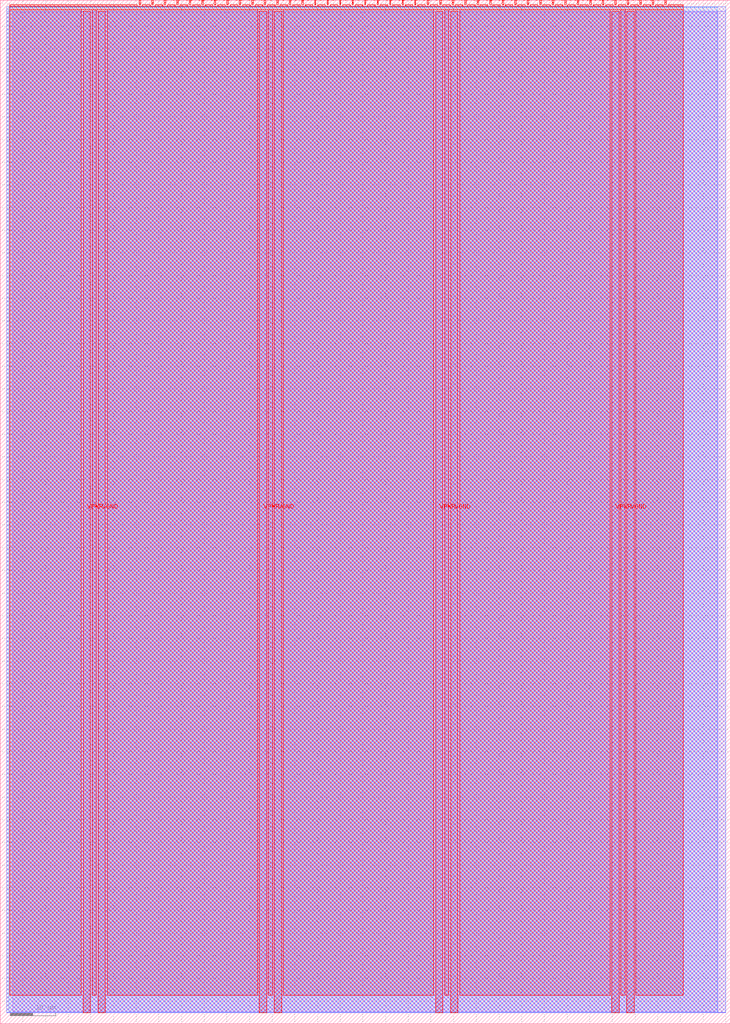
<source format=lef>
VERSION 5.7 ;
  NOWIREEXTENSIONATPIN ON ;
  DIVIDERCHAR "/" ;
  BUSBITCHARS "[]" ;
MACRO tt_um_a1k0n_nyancat
  CLASS BLOCK ;
  FOREIGN tt_um_a1k0n_nyancat ;
  ORIGIN 0.000 0.000 ;
  SIZE 161.000 BY 225.760 ;
  PIN VGND
    DIRECTION INOUT ;
    USE GROUND ;
    PORT
      LAYER met4 ;
        RECT 21.580 2.480 23.180 223.280 ;
    END
    PORT
      LAYER met4 ;
        RECT 60.450 2.480 62.050 223.280 ;
    END
    PORT
      LAYER met4 ;
        RECT 99.320 2.480 100.920 223.280 ;
    END
    PORT
      LAYER met4 ;
        RECT 138.190 2.480 139.790 223.280 ;
    END
  END VGND
  PIN VPWR
    DIRECTION INOUT ;
    USE POWER ;
    PORT
      LAYER met4 ;
        RECT 18.280 2.480 19.880 223.280 ;
    END
    PORT
      LAYER met4 ;
        RECT 57.150 2.480 58.750 223.280 ;
    END
    PORT
      LAYER met4 ;
        RECT 96.020 2.480 97.620 223.280 ;
    END
    PORT
      LAYER met4 ;
        RECT 134.890 2.480 136.490 223.280 ;
    END
  END VPWR
  PIN clk
    DIRECTION INPUT ;
    USE SIGNAL ;
    ANTENNAGATEAREA 0.852000 ;
    PORT
      LAYER met4 ;
        RECT 143.830 224.760 144.130 225.760 ;
    END
  END clk
  PIN ena
    DIRECTION INPUT ;
    USE SIGNAL ;
    PORT
      LAYER met4 ;
        RECT 146.590 224.760 146.890 225.760 ;
    END
  END ena
  PIN rst_n
    DIRECTION INPUT ;
    USE SIGNAL ;
    ANTENNAGATEAREA 0.159000 ;
    PORT
      LAYER met4 ;
        RECT 141.070 224.760 141.370 225.760 ;
    END
  END rst_n
  PIN ui_in[0]
    DIRECTION INPUT ;
    USE SIGNAL ;
    PORT
      LAYER met4 ;
        RECT 138.310 224.760 138.610 225.760 ;
    END
  END ui_in[0]
  PIN ui_in[1]
    DIRECTION INPUT ;
    USE SIGNAL ;
    PORT
      LAYER met4 ;
        RECT 135.550 224.760 135.850 225.760 ;
    END
  END ui_in[1]
  PIN ui_in[2]
    DIRECTION INPUT ;
    USE SIGNAL ;
    PORT
      LAYER met4 ;
        RECT 132.790 224.760 133.090 225.760 ;
    END
  END ui_in[2]
  PIN ui_in[3]
    DIRECTION INPUT ;
    USE SIGNAL ;
    PORT
      LAYER met4 ;
        RECT 130.030 224.760 130.330 225.760 ;
    END
  END ui_in[3]
  PIN ui_in[4]
    DIRECTION INPUT ;
    USE SIGNAL ;
    PORT
      LAYER met4 ;
        RECT 127.270 224.760 127.570 225.760 ;
    END
  END ui_in[4]
  PIN ui_in[5]
    DIRECTION INPUT ;
    USE SIGNAL ;
    PORT
      LAYER met4 ;
        RECT 124.510 224.760 124.810 225.760 ;
    END
  END ui_in[5]
  PIN ui_in[6]
    DIRECTION INPUT ;
    USE SIGNAL ;
    PORT
      LAYER met4 ;
        RECT 121.750 224.760 122.050 225.760 ;
    END
  END ui_in[6]
  PIN ui_in[7]
    DIRECTION INPUT ;
    USE SIGNAL ;
    PORT
      LAYER met4 ;
        RECT 118.990 224.760 119.290 225.760 ;
    END
  END ui_in[7]
  PIN uio_in[0]
    DIRECTION INPUT ;
    USE SIGNAL ;
    PORT
      LAYER met4 ;
        RECT 116.230 224.760 116.530 225.760 ;
    END
  END uio_in[0]
  PIN uio_in[1]
    DIRECTION INPUT ;
    USE SIGNAL ;
    PORT
      LAYER met4 ;
        RECT 113.470 224.760 113.770 225.760 ;
    END
  END uio_in[1]
  PIN uio_in[2]
    DIRECTION INPUT ;
    USE SIGNAL ;
    PORT
      LAYER met4 ;
        RECT 110.710 224.760 111.010 225.760 ;
    END
  END uio_in[2]
  PIN uio_in[3]
    DIRECTION INPUT ;
    USE SIGNAL ;
    PORT
      LAYER met4 ;
        RECT 107.950 224.760 108.250 225.760 ;
    END
  END uio_in[3]
  PIN uio_in[4]
    DIRECTION INPUT ;
    USE SIGNAL ;
    PORT
      LAYER met4 ;
        RECT 105.190 224.760 105.490 225.760 ;
    END
  END uio_in[4]
  PIN uio_in[5]
    DIRECTION INPUT ;
    USE SIGNAL ;
    PORT
      LAYER met4 ;
        RECT 102.430 224.760 102.730 225.760 ;
    END
  END uio_in[5]
  PIN uio_in[6]
    DIRECTION INPUT ;
    USE SIGNAL ;
    PORT
      LAYER met4 ;
        RECT 99.670 224.760 99.970 225.760 ;
    END
  END uio_in[6]
  PIN uio_in[7]
    DIRECTION INPUT ;
    USE SIGNAL ;
    PORT
      LAYER met4 ;
        RECT 96.910 224.760 97.210 225.760 ;
    END
  END uio_in[7]
  PIN uio_oe[0]
    DIRECTION OUTPUT ;
    USE SIGNAL ;
    ANTENNADIFFAREA 0.445500 ;
    PORT
      LAYER met4 ;
        RECT 49.990 224.760 50.290 225.760 ;
    END
  END uio_oe[0]
  PIN uio_oe[1]
    DIRECTION OUTPUT ;
    USE SIGNAL ;
    ANTENNADIFFAREA 0.445500 ;
    PORT
      LAYER met4 ;
        RECT 47.230 224.760 47.530 225.760 ;
    END
  END uio_oe[1]
  PIN uio_oe[2]
    DIRECTION OUTPUT ;
    USE SIGNAL ;
    ANTENNADIFFAREA 0.445500 ;
    PORT
      LAYER met4 ;
        RECT 44.470 224.760 44.770 225.760 ;
    END
  END uio_oe[2]
  PIN uio_oe[3]
    DIRECTION OUTPUT ;
    USE SIGNAL ;
    ANTENNADIFFAREA 0.445500 ;
    PORT
      LAYER met4 ;
        RECT 41.710 224.760 42.010 225.760 ;
    END
  END uio_oe[3]
  PIN uio_oe[4]
    DIRECTION OUTPUT ;
    USE SIGNAL ;
    ANTENNADIFFAREA 0.445500 ;
    PORT
      LAYER met4 ;
        RECT 38.950 224.760 39.250 225.760 ;
    END
  END uio_oe[4]
  PIN uio_oe[5]
    DIRECTION OUTPUT ;
    USE SIGNAL ;
    ANTENNADIFFAREA 0.445500 ;
    PORT
      LAYER met4 ;
        RECT 36.190 224.760 36.490 225.760 ;
    END
  END uio_oe[5]
  PIN uio_oe[6]
    DIRECTION OUTPUT ;
    USE SIGNAL ;
    ANTENNADIFFAREA 0.445500 ;
    PORT
      LAYER met4 ;
        RECT 33.430 224.760 33.730 225.760 ;
    END
  END uio_oe[6]
  PIN uio_oe[7]
    DIRECTION OUTPUT ;
    USE SIGNAL ;
    ANTENNADIFFAREA 0.445500 ;
    PORT
      LAYER met4 ;
        RECT 30.670 224.760 30.970 225.760 ;
    END
  END uio_oe[7]
  PIN uio_out[0]
    DIRECTION OUTPUT ;
    USE SIGNAL ;
    ANTENNADIFFAREA 0.445500 ;
    PORT
      LAYER met4 ;
        RECT 72.070 224.760 72.370 225.760 ;
    END
  END uio_out[0]
  PIN uio_out[1]
    DIRECTION OUTPUT ;
    USE SIGNAL ;
    ANTENNADIFFAREA 0.445500 ;
    PORT
      LAYER met4 ;
        RECT 69.310 224.760 69.610 225.760 ;
    END
  END uio_out[1]
  PIN uio_out[2]
    DIRECTION OUTPUT ;
    USE SIGNAL ;
    ANTENNADIFFAREA 0.445500 ;
    PORT
      LAYER met4 ;
        RECT 66.550 224.760 66.850 225.760 ;
    END
  END uio_out[2]
  PIN uio_out[3]
    DIRECTION OUTPUT ;
    USE SIGNAL ;
    ANTENNADIFFAREA 0.445500 ;
    PORT
      LAYER met4 ;
        RECT 63.790 224.760 64.090 225.760 ;
    END
  END uio_out[3]
  PIN uio_out[4]
    DIRECTION OUTPUT ;
    USE SIGNAL ;
    ANTENNADIFFAREA 0.445500 ;
    PORT
      LAYER met4 ;
        RECT 61.030 224.760 61.330 225.760 ;
    END
  END uio_out[4]
  PIN uio_out[5]
    DIRECTION OUTPUT ;
    USE SIGNAL ;
    ANTENNADIFFAREA 0.445500 ;
    PORT
      LAYER met4 ;
        RECT 58.270 224.760 58.570 225.760 ;
    END
  END uio_out[5]
  PIN uio_out[6]
    DIRECTION OUTPUT ;
    USE SIGNAL ;
    ANTENNADIFFAREA 0.445500 ;
    PORT
      LAYER met4 ;
        RECT 55.510 224.760 55.810 225.760 ;
    END
  END uio_out[6]
  PIN uio_out[7]
    DIRECTION OUTPUT ;
    USE SIGNAL ;
    ANTENNADIFFAREA 0.445500 ;
    PORT
      LAYER met4 ;
        RECT 52.750 224.760 53.050 225.760 ;
    END
  END uio_out[7]
  PIN uo_out[0]
    DIRECTION OUTPUT ;
    USE SIGNAL ;
    ANTENNADIFFAREA 0.891000 ;
    PORT
      LAYER met4 ;
        RECT 94.150 224.760 94.450 225.760 ;
    END
  END uo_out[0]
  PIN uo_out[1]
    DIRECTION OUTPUT ;
    USE SIGNAL ;
    ANTENNADIFFAREA 0.891000 ;
    PORT
      LAYER met4 ;
        RECT 91.390 224.760 91.690 225.760 ;
    END
  END uo_out[1]
  PIN uo_out[2]
    DIRECTION OUTPUT ;
    USE SIGNAL ;
    ANTENNADIFFAREA 0.891000 ;
    PORT
      LAYER met4 ;
        RECT 88.630 224.760 88.930 225.760 ;
    END
  END uo_out[2]
  PIN uo_out[3]
    DIRECTION OUTPUT ;
    USE SIGNAL ;
    ANTENNADIFFAREA 0.445500 ;
    PORT
      LAYER met4 ;
        RECT 85.870 224.760 86.170 225.760 ;
    END
  END uo_out[3]
  PIN uo_out[4]
    DIRECTION OUTPUT ;
    USE SIGNAL ;
    ANTENNADIFFAREA 0.891000 ;
    PORT
      LAYER met4 ;
        RECT 83.110 224.760 83.410 225.760 ;
    END
  END uo_out[4]
  PIN uo_out[5]
    DIRECTION OUTPUT ;
    USE SIGNAL ;
    ANTENNADIFFAREA 0.891000 ;
    PORT
      LAYER met4 ;
        RECT 80.350 224.760 80.650 225.760 ;
    END
  END uo_out[5]
  PIN uo_out[6]
    DIRECTION OUTPUT ;
    USE SIGNAL ;
    ANTENNADIFFAREA 0.891000 ;
    PORT
      LAYER met4 ;
        RECT 77.590 224.760 77.890 225.760 ;
    END
  END uo_out[6]
  PIN uo_out[7]
    DIRECTION OUTPUT ;
    USE SIGNAL ;
    ANTENNADIFFAREA 0.445500 ;
    PORT
      LAYER met4 ;
        RECT 74.830 224.760 75.130 225.760 ;
    END
  END uo_out[7]
  OBS
      LAYER li1 ;
        RECT 2.760 2.635 158.240 223.125 ;
      LAYER met1 ;
        RECT 1.450 2.480 160.010 223.280 ;
      LAYER met2 ;
        RECT 1.480 2.535 159.980 224.245 ;
      LAYER met3 ;
        RECT 1.905 2.555 158.175 224.225 ;
      LAYER met4 ;
        RECT 2.135 224.360 30.270 224.760 ;
        RECT 31.370 224.360 33.030 224.760 ;
        RECT 34.130 224.360 35.790 224.760 ;
        RECT 36.890 224.360 38.550 224.760 ;
        RECT 39.650 224.360 41.310 224.760 ;
        RECT 42.410 224.360 44.070 224.760 ;
        RECT 45.170 224.360 46.830 224.760 ;
        RECT 47.930 224.360 49.590 224.760 ;
        RECT 50.690 224.360 52.350 224.760 ;
        RECT 53.450 224.360 55.110 224.760 ;
        RECT 56.210 224.360 57.870 224.760 ;
        RECT 58.970 224.360 60.630 224.760 ;
        RECT 61.730 224.360 63.390 224.760 ;
        RECT 64.490 224.360 66.150 224.760 ;
        RECT 67.250 224.360 68.910 224.760 ;
        RECT 70.010 224.360 71.670 224.760 ;
        RECT 72.770 224.360 74.430 224.760 ;
        RECT 75.530 224.360 77.190 224.760 ;
        RECT 78.290 224.360 79.950 224.760 ;
        RECT 81.050 224.360 82.710 224.760 ;
        RECT 83.810 224.360 85.470 224.760 ;
        RECT 86.570 224.360 88.230 224.760 ;
        RECT 89.330 224.360 90.990 224.760 ;
        RECT 92.090 224.360 93.750 224.760 ;
        RECT 94.850 224.360 96.510 224.760 ;
        RECT 97.610 224.360 99.270 224.760 ;
        RECT 100.370 224.360 102.030 224.760 ;
        RECT 103.130 224.360 104.790 224.760 ;
        RECT 105.890 224.360 107.550 224.760 ;
        RECT 108.650 224.360 110.310 224.760 ;
        RECT 111.410 224.360 113.070 224.760 ;
        RECT 114.170 224.360 115.830 224.760 ;
        RECT 116.930 224.360 118.590 224.760 ;
        RECT 119.690 224.360 121.350 224.760 ;
        RECT 122.450 224.360 124.110 224.760 ;
        RECT 125.210 224.360 126.870 224.760 ;
        RECT 127.970 224.360 129.630 224.760 ;
        RECT 130.730 224.360 132.390 224.760 ;
        RECT 133.490 224.360 135.150 224.760 ;
        RECT 136.250 224.360 137.910 224.760 ;
        RECT 139.010 224.360 140.670 224.760 ;
        RECT 141.770 224.360 143.430 224.760 ;
        RECT 144.530 224.360 146.190 224.760 ;
        RECT 147.290 224.360 150.585 224.760 ;
        RECT 2.135 223.680 150.585 224.360 ;
        RECT 2.135 6.295 17.880 223.680 ;
        RECT 20.280 6.295 21.180 223.680 ;
        RECT 23.580 6.295 56.750 223.680 ;
        RECT 59.150 6.295 60.050 223.680 ;
        RECT 62.450 6.295 95.620 223.680 ;
        RECT 98.020 6.295 98.920 223.680 ;
        RECT 101.320 6.295 134.490 223.680 ;
        RECT 136.890 6.295 137.790 223.680 ;
        RECT 140.190 6.295 150.585 223.680 ;
  END
END tt_um_a1k0n_nyancat
END LIBRARY


</source>
